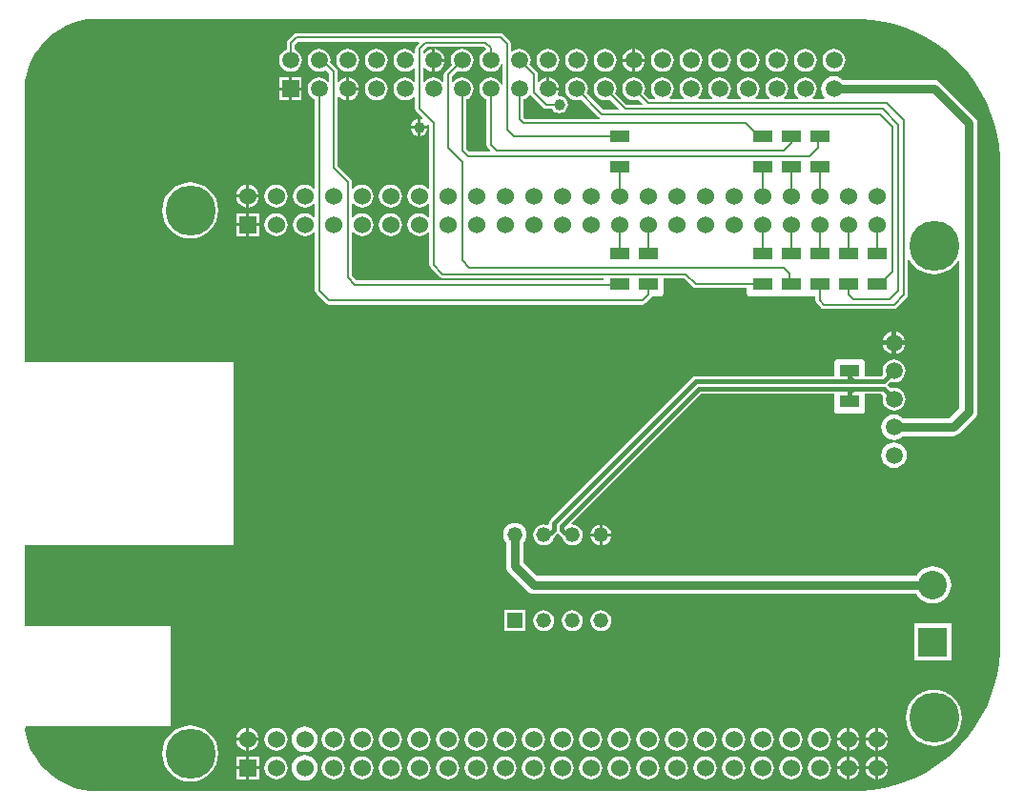
<source format=gbl>
G04*
G04 #@! TF.GenerationSoftware,Altium Limited,Altium Designer,20.0.7 (75)*
G04*
G04 Layer_Physical_Order=2*
G04 Layer_Color=16711680*
%FSLAX44Y44*%
%MOMM*%
G71*
G01*
G75*
%ADD10C,0.2000*%
%ADD21C,1.5240*%
%ADD27R,1.7000X1.1000*%
%ADD31C,0.8000*%
%ADD32R,1.5240X1.5240*%
%ADD33C,1.5000*%
%ADD34R,1.5000X1.5000*%
%ADD35C,1.3208*%
%ADD36R,2.5400X2.5400*%
%ADD37C,2.5400*%
%ADD38R,1.3208X1.3208*%
%ADD39C,4.4450*%
%ADD40C,1.0000*%
%ADD41C,0.3810*%
G36*
X751689Y683743D02*
X761644Y682166D01*
X771445Y679813D01*
X781032Y676698D01*
X790344Y672841D01*
X799326Y668265D01*
X807920Y662998D01*
X816075Y657073D01*
X823739Y650527D01*
X830867Y643400D01*
X837413Y635735D01*
X843338Y627580D01*
X848605Y618986D01*
X853181Y610005D01*
X857038Y600692D01*
X860153Y591105D01*
X862506Y581304D01*
X864083Y571349D01*
X864874Y561300D01*
Y556260D01*
Y127000D01*
Y121960D01*
X864083Y111911D01*
X862506Y101956D01*
X860153Y92154D01*
X857038Y82568D01*
X853181Y73256D01*
X848605Y64274D01*
X843338Y55680D01*
X837413Y47525D01*
X830867Y39860D01*
X823739Y32733D01*
X816075Y26187D01*
X807920Y20262D01*
X799326Y14995D01*
X790344Y10419D01*
X781032Y6562D01*
X771445Y3447D01*
X761644Y1094D01*
X751689Y-483D01*
X741640Y-1274D01*
X62016D01*
X58232Y-1274D01*
X50718Y-372D01*
X43365Y1418D01*
X36278Y4072D01*
X29557Y7552D01*
X23299Y11808D01*
X17592Y16779D01*
X12519Y22394D01*
X8150Y28574D01*
X4549Y35230D01*
X1767Y42268D01*
X-157Y49588D01*
X-720Y53654D01*
X-801Y54290D01*
X-839Y54614D01*
X-391Y55352D01*
X183Y55854D01*
X300Y55884D01*
X128266Y55884D01*
Y144776D01*
X-253D01*
X-722Y144970D01*
X-1080Y145328D01*
X-1274Y145797D01*
Y216153D01*
X-1080Y216621D01*
X-722Y216980D01*
X-253Y217174D01*
X184146D01*
Y379726D01*
X-253D01*
X-722Y379920D01*
X-1080Y380278D01*
X-1274Y380747D01*
Y381000D01*
Y619760D01*
Y622942D01*
X-650Y629276D01*
X592Y635518D01*
X2439Y641608D01*
X4875Y647488D01*
X7875Y653101D01*
X11410Y658392D01*
X15448Y663312D01*
X19948Y667812D01*
X24868Y671850D01*
X30159Y675385D01*
X35772Y678385D01*
X41652Y680821D01*
X47742Y682668D01*
X53984Y683910D01*
X60318Y684534D01*
X741640D01*
X751689Y683743D01*
D02*
G37*
%LPC*%
G36*
X421640Y671629D02*
X240030D01*
X238649Y671355D01*
X237478Y670572D01*
X232738Y665832D01*
X231955Y664661D01*
X231681Y663280D01*
Y657213D01*
X229887Y656470D01*
X227789Y654861D01*
X226180Y652763D01*
X225168Y650321D01*
X224823Y647700D01*
X225168Y645079D01*
X226180Y642637D01*
X227789Y640539D01*
X229887Y638930D01*
X232329Y637918D01*
X234950Y637573D01*
X237571Y637918D01*
X240013Y638930D01*
X242111Y640539D01*
X243720Y642637D01*
X244732Y645079D01*
X245077Y647700D01*
X244732Y650321D01*
X243720Y652763D01*
X242111Y654861D01*
X240013Y656470D01*
X238899Y656931D01*
Y661785D01*
X241525Y664411D01*
X349037D01*
X349523Y663237D01*
X346698Y660412D01*
X345915Y659241D01*
X345641Y657860D01*
Y654432D01*
X344371Y654000D01*
X343711Y654861D01*
X341613Y656470D01*
X339171Y657482D01*
X336550Y657827D01*
X333929Y657482D01*
X331487Y656470D01*
X329389Y654861D01*
X327780Y652763D01*
X326768Y650321D01*
X326423Y647700D01*
X326768Y645079D01*
X327780Y642637D01*
X329389Y640539D01*
X331487Y638930D01*
X333929Y637918D01*
X336550Y637573D01*
X339171Y637918D01*
X341613Y638930D01*
X343711Y640539D01*
X344371Y641400D01*
X345641Y640968D01*
Y629031D01*
X344371Y628600D01*
X343711Y629461D01*
X341613Y631070D01*
X339171Y632082D01*
X336550Y632427D01*
X333929Y632082D01*
X331487Y631070D01*
X329389Y629461D01*
X327780Y627363D01*
X326768Y624921D01*
X326423Y622300D01*
X326768Y619679D01*
X327780Y617237D01*
X329389Y615139D01*
X331487Y613530D01*
X333929Y612518D01*
X336550Y612173D01*
X339171Y612518D01*
X341613Y613530D01*
X343711Y615139D01*
X344371Y616000D01*
X345641Y615569D01*
Y604520D01*
X345915Y603139D01*
X346698Y601968D01*
X352442Y596224D01*
X351722Y595147D01*
X351218Y595356D01*
X350520Y595448D01*
Y589280D01*
X356688D01*
X356596Y589978D01*
X356387Y590482D01*
X357464Y591202D01*
X358341Y590325D01*
Y533979D01*
X357071Y533548D01*
X356496Y534296D01*
X354374Y535925D01*
X351902Y536949D01*
X349250Y537298D01*
X346598Y536949D01*
X344126Y535925D01*
X342004Y534296D01*
X340375Y532174D01*
X339352Y529702D01*
X339002Y527050D01*
X339352Y524398D01*
X340375Y521926D01*
X342004Y519804D01*
X344126Y518175D01*
X346598Y517151D01*
X349250Y516802D01*
X351902Y517151D01*
X354374Y518175D01*
X356496Y519804D01*
X357071Y520552D01*
X358341Y520121D01*
Y508579D01*
X357071Y508148D01*
X356496Y508896D01*
X354374Y510525D01*
X351902Y511549D01*
X349250Y511898D01*
X346598Y511549D01*
X344126Y510525D01*
X342004Y508896D01*
X340375Y506774D01*
X339352Y504302D01*
X339002Y501650D01*
X339352Y498998D01*
X340375Y496526D01*
X342004Y494404D01*
X344126Y492775D01*
X346598Y491752D01*
X349250Y491402D01*
X351902Y491752D01*
X354374Y492775D01*
X356496Y494404D01*
X357071Y495152D01*
X358341Y494721D01*
Y466090D01*
X358615Y464709D01*
X359398Y463538D01*
X367668Y455268D01*
X368839Y454485D01*
X370220Y454211D01*
X513420D01*
Y451919D01*
X293595D01*
X289359Y456155D01*
Y494721D01*
X290629Y495152D01*
X291204Y494404D01*
X293326Y492775D01*
X295798Y491752D01*
X298450Y491402D01*
X301102Y491752D01*
X303574Y492775D01*
X305696Y494404D01*
X307325Y496526D01*
X308349Y498998D01*
X308698Y501650D01*
X308349Y504302D01*
X307325Y506774D01*
X305696Y508896D01*
X303574Y510525D01*
X301102Y511549D01*
X298450Y511898D01*
X295798Y511549D01*
X293326Y510525D01*
X291204Y508896D01*
X290629Y508148D01*
X289359Y508579D01*
Y520121D01*
X290629Y520552D01*
X291204Y519804D01*
X293326Y518175D01*
X295798Y517151D01*
X298450Y516802D01*
X301102Y517151D01*
X303574Y518175D01*
X305696Y519804D01*
X307325Y521926D01*
X308349Y524398D01*
X308698Y527050D01*
X308349Y529702D01*
X307325Y532174D01*
X305696Y534296D01*
X303574Y535925D01*
X301102Y536949D01*
X298450Y537298D01*
X295798Y536949D01*
X293326Y535925D01*
X291204Y534296D01*
X290629Y533548D01*
X289359Y533979D01*
Y539750D01*
X289085Y541131D01*
X288302Y542302D01*
X276659Y553945D01*
Y615569D01*
X277929Y616000D01*
X278589Y615139D01*
X280687Y613530D01*
X283129Y612518D01*
X284480Y612341D01*
Y622300D01*
Y632259D01*
X283129Y632082D01*
X280687Y631070D01*
X278589Y629461D01*
X277929Y628600D01*
X276659Y629031D01*
Y637540D01*
X276385Y638921D01*
X275602Y640092D01*
X270188Y645507D01*
X270477Y647700D01*
X270132Y650321D01*
X269120Y652763D01*
X267511Y654861D01*
X265413Y656470D01*
X262971Y657482D01*
X260350Y657827D01*
X257729Y657482D01*
X255287Y656470D01*
X253189Y654861D01*
X251580Y652763D01*
X250568Y650321D01*
X250223Y647700D01*
X250568Y645079D01*
X251580Y642637D01*
X253189Y640539D01*
X255287Y638930D01*
X257729Y637918D01*
X260350Y637573D01*
X262971Y637918D01*
X265413Y638930D01*
X266060Y639426D01*
X269441Y636045D01*
Y629031D01*
X268171Y628600D01*
X267511Y629461D01*
X265413Y631070D01*
X262971Y632082D01*
X260350Y632427D01*
X257729Y632082D01*
X255287Y631070D01*
X253189Y629461D01*
X251580Y627363D01*
X250568Y624921D01*
X250223Y622300D01*
X250568Y619679D01*
X251580Y617237D01*
X253189Y615139D01*
X255287Y613530D01*
X256741Y612928D01*
Y533979D01*
X255471Y533548D01*
X254896Y534296D01*
X252774Y535925D01*
X250302Y536949D01*
X247650Y537298D01*
X244998Y536949D01*
X242526Y535925D01*
X240404Y534296D01*
X238775Y532174D01*
X237752Y529702D01*
X237402Y527050D01*
X237752Y524398D01*
X238775Y521926D01*
X240404Y519804D01*
X242526Y518175D01*
X244998Y517151D01*
X247650Y516802D01*
X250302Y517151D01*
X252774Y518175D01*
X254896Y519804D01*
X255471Y520552D01*
X256741Y520121D01*
Y508579D01*
X255471Y508148D01*
X254896Y508896D01*
X252774Y510525D01*
X250302Y511549D01*
X247650Y511898D01*
X244998Y511549D01*
X242526Y510525D01*
X240404Y508896D01*
X238775Y506774D01*
X237752Y504302D01*
X237402Y501650D01*
X237752Y498998D01*
X238775Y496526D01*
X240404Y494404D01*
X242526Y492775D01*
X244998Y491752D01*
X247650Y491402D01*
X250302Y491752D01*
X252774Y492775D01*
X254896Y494404D01*
X255471Y495152D01*
X256741Y494721D01*
Y443230D01*
X257015Y441849D01*
X257798Y440678D01*
X266688Y431788D01*
X267859Y431005D01*
X269240Y430731D01*
X547370D01*
X548751Y431005D01*
X549922Y431788D01*
X555002Y436868D01*
X555785Y438039D01*
X555807Y438150D01*
X563490D01*
X564481Y438347D01*
X565321Y438909D01*
X565883Y439749D01*
X566080Y440740D01*
Y454211D01*
X584285D01*
X592268Y446228D01*
X593439Y445445D01*
X594820Y445171D01*
X640420D01*
Y440690D01*
X640617Y439699D01*
X641179Y438859D01*
X642019Y438297D01*
X643010Y438100D01*
X701241D01*
Y434150D01*
X701515Y432769D01*
X702298Y431598D01*
X705918Y427978D01*
X707089Y427195D01*
X708470Y426921D01*
X770890D01*
X772271Y427195D01*
X773442Y427978D01*
X782332Y436868D01*
X783115Y438039D01*
X783389Y439420D01*
Y470514D01*
X784659Y470832D01*
X785759Y468775D01*
X788854Y465004D01*
X792625Y461909D01*
X796927Y459609D01*
X801595Y458193D01*
X806450Y457715D01*
X811305Y458193D01*
X815973Y459609D01*
X820275Y461909D01*
X824046Y465004D01*
X827141Y468775D01*
X827821Y470046D01*
X829053Y469738D01*
Y338543D01*
X820097Y329587D01*
X779101D01*
X778956Y329776D01*
X776594Y331589D01*
X773842Y332729D01*
X770890Y333118D01*
X767937Y332729D01*
X765186Y331589D01*
X762824Y329776D01*
X761011Y327414D01*
X759871Y324663D01*
X759482Y321710D01*
X759871Y318757D01*
X761011Y316006D01*
X762824Y313644D01*
X765186Y311831D01*
X767937Y310691D01*
X770890Y310302D01*
X773842Y310691D01*
X776594Y311831D01*
X778956Y313644D01*
X779101Y313833D01*
X823360D01*
X825399Y314101D01*
X827299Y314888D01*
X828930Y316140D01*
X842500Y329710D01*
X843752Y331341D01*
X844539Y333241D01*
X844807Y335280D01*
Y591820D01*
X844539Y593859D01*
X843752Y595759D01*
X842500Y597390D01*
X812020Y627870D01*
X810389Y629122D01*
X808489Y629909D01*
X806450Y630177D01*
X725761D01*
X725616Y630366D01*
X723254Y632179D01*
X720502Y633319D01*
X717550Y633708D01*
X714597Y633319D01*
X711846Y632179D01*
X709484Y630366D01*
X707671Y628004D01*
X706531Y625252D01*
X706142Y622300D01*
X706531Y619347D01*
X707671Y616596D01*
X709295Y614479D01*
X708911Y613209D01*
X698882D01*
X698450Y614479D01*
X699311Y615139D01*
X700920Y617237D01*
X701932Y619679D01*
X702277Y622300D01*
X701932Y624921D01*
X700920Y627363D01*
X699311Y629461D01*
X697213Y631070D01*
X694771Y632082D01*
X692150Y632427D01*
X689529Y632082D01*
X687087Y631070D01*
X684989Y629461D01*
X683380Y627363D01*
X682368Y624921D01*
X682023Y622300D01*
X682368Y619679D01*
X683380Y617237D01*
X684989Y615139D01*
X685850Y614479D01*
X685418Y613209D01*
X673482D01*
X673050Y614479D01*
X673911Y615139D01*
X675520Y617237D01*
X676532Y619679D01*
X676877Y622300D01*
X676532Y624921D01*
X675520Y627363D01*
X673911Y629461D01*
X671813Y631070D01*
X669371Y632082D01*
X666750Y632427D01*
X664129Y632082D01*
X661687Y631070D01*
X659589Y629461D01*
X657980Y627363D01*
X656968Y624921D01*
X656623Y622300D01*
X656968Y619679D01*
X657980Y617237D01*
X659589Y615139D01*
X660450Y614479D01*
X660018Y613209D01*
X648082D01*
X647650Y614479D01*
X648511Y615139D01*
X650120Y617237D01*
X651132Y619679D01*
X651477Y622300D01*
X651132Y624921D01*
X650120Y627363D01*
X648511Y629461D01*
X646413Y631070D01*
X643971Y632082D01*
X641350Y632427D01*
X638729Y632082D01*
X636287Y631070D01*
X634189Y629461D01*
X632580Y627363D01*
X631568Y624921D01*
X631223Y622300D01*
X631568Y619679D01*
X632580Y617237D01*
X634189Y615139D01*
X635050Y614479D01*
X634618Y613209D01*
X622682D01*
X622250Y614479D01*
X623111Y615139D01*
X624720Y617237D01*
X625732Y619679D01*
X626077Y622300D01*
X625732Y624921D01*
X624720Y627363D01*
X623111Y629461D01*
X621013Y631070D01*
X618571Y632082D01*
X615950Y632427D01*
X613329Y632082D01*
X610887Y631070D01*
X608789Y629461D01*
X607180Y627363D01*
X606168Y624921D01*
X605823Y622300D01*
X606168Y619679D01*
X607180Y617237D01*
X608789Y615139D01*
X609650Y614479D01*
X609218Y613209D01*
X597281D01*
X596850Y614479D01*
X597711Y615139D01*
X599320Y617237D01*
X600332Y619679D01*
X600677Y622300D01*
X600332Y624921D01*
X599320Y627363D01*
X597711Y629461D01*
X595613Y631070D01*
X593171Y632082D01*
X590550Y632427D01*
X587929Y632082D01*
X585487Y631070D01*
X583389Y629461D01*
X581780Y627363D01*
X580768Y624921D01*
X580423Y622300D01*
X580768Y619679D01*
X581780Y617237D01*
X583389Y615139D01*
X584250Y614479D01*
X583819Y613209D01*
X571881D01*
X571450Y614479D01*
X572311Y615139D01*
X573920Y617237D01*
X574932Y619679D01*
X575277Y622300D01*
X574932Y624921D01*
X573920Y627363D01*
X572311Y629461D01*
X570213Y631070D01*
X567771Y632082D01*
X565150Y632427D01*
X562529Y632082D01*
X560087Y631070D01*
X557989Y629461D01*
X556380Y627363D01*
X555368Y624921D01*
X555023Y622300D01*
X555368Y619679D01*
X556380Y617237D01*
X557989Y615139D01*
X558850Y614479D01*
X558419Y613209D01*
X553945D01*
X548929Y618225D01*
X549532Y619679D01*
X549877Y622300D01*
X549532Y624921D01*
X548520Y627363D01*
X546911Y629461D01*
X544813Y631070D01*
X542371Y632082D01*
X539750Y632427D01*
X537129Y632082D01*
X534687Y631070D01*
X532589Y629461D01*
X530980Y627363D01*
X529968Y624921D01*
X529623Y622300D01*
X529968Y619679D01*
X530980Y617237D01*
X532589Y615139D01*
X534687Y613530D01*
X537129Y612518D01*
X539750Y612173D01*
X542371Y612518D01*
X543825Y613121D01*
X547643Y609303D01*
X547157Y608129D01*
X533625D01*
X523529Y618225D01*
X524132Y619679D01*
X524477Y622300D01*
X524132Y624921D01*
X523120Y627363D01*
X521511Y629461D01*
X519413Y631070D01*
X516971Y632082D01*
X514350Y632427D01*
X511729Y632082D01*
X509287Y631070D01*
X507189Y629461D01*
X505580Y627363D01*
X504568Y624921D01*
X504223Y622300D01*
X504568Y619679D01*
X505580Y617237D01*
X507189Y615139D01*
X509287Y613530D01*
X511729Y612518D01*
X514350Y612173D01*
X516971Y612518D01*
X518425Y613121D01*
X526783Y604763D01*
X526297Y603589D01*
X512765D01*
X498129Y618225D01*
X498732Y619679D01*
X499077Y622300D01*
X498732Y624921D01*
X497720Y627363D01*
X496111Y629461D01*
X494013Y631070D01*
X491571Y632082D01*
X488950Y632427D01*
X486329Y632082D01*
X483887Y631070D01*
X481789Y629461D01*
X480180Y627363D01*
X479168Y624921D01*
X478823Y622300D01*
X479168Y619679D01*
X480180Y617237D01*
X481789Y615139D01*
X483887Y613530D01*
X486329Y612518D01*
X488950Y612173D01*
X491571Y612518D01*
X493025Y613121D01*
X508718Y597428D01*
X509808Y596699D01*
X509821Y596606D01*
X509117Y595429D01*
X443455D01*
X441759Y597125D01*
Y612928D01*
X443213Y613530D01*
X445311Y615139D01*
X446697Y616945D01*
X447743Y617078D01*
X448193Y616992D01*
X448298Y616835D01*
X459355Y605778D01*
X460526Y604995D01*
X461907Y604721D01*
X467044D01*
X467124Y604528D01*
X468332Y602952D01*
X469907Y601744D01*
X471742Y600984D01*
X473710Y600725D01*
X475678Y600984D01*
X477513Y601744D01*
X479088Y602952D01*
X480296Y604528D01*
X481056Y606362D01*
X481315Y608330D01*
X481056Y610298D01*
X480296Y612132D01*
X479088Y613708D01*
X477513Y614916D01*
X475678Y615676D01*
X473710Y615935D01*
X472833Y615820D01*
X472146Y617010D01*
X472320Y617237D01*
X473332Y619679D01*
X473509Y621030D01*
X463550D01*
Y622300D01*
X462280D01*
Y632259D01*
X460929Y632082D01*
X458487Y631070D01*
X456389Y629461D01*
X455729Y628600D01*
X454459Y629031D01*
Y635000D01*
X454185Y636381D01*
X453402Y637552D01*
X447329Y643625D01*
X447932Y645079D01*
X448277Y647700D01*
X447932Y650321D01*
X446920Y652763D01*
X445311Y654861D01*
X443213Y656470D01*
X440771Y657482D01*
X438150Y657827D01*
X435529Y657482D01*
X433087Y656470D01*
X431989Y655628D01*
X430719Y656254D01*
Y662550D01*
X430445Y663931D01*
X429662Y665102D01*
X424192Y670572D01*
X423021Y671355D01*
X421640Y671629D01*
D02*
G37*
G36*
X541020Y657659D02*
Y648970D01*
X549709D01*
X549532Y650321D01*
X548520Y652763D01*
X546911Y654861D01*
X544813Y656470D01*
X542371Y657482D01*
X541020Y657659D01*
D02*
G37*
G36*
X538480D02*
X537129Y657482D01*
X534687Y656470D01*
X532589Y654861D01*
X530980Y652763D01*
X529968Y650321D01*
X529791Y648970D01*
X538480D01*
Y657659D01*
D02*
G37*
G36*
X549709Y646430D02*
X541020D01*
Y637741D01*
X542371Y637918D01*
X544813Y638930D01*
X546911Y640539D01*
X548520Y642637D01*
X549532Y645079D01*
X549709Y646430D01*
D02*
G37*
G36*
X538480D02*
X529791D01*
X529968Y645079D01*
X530980Y642637D01*
X532589Y640539D01*
X534687Y638930D01*
X537129Y637918D01*
X538480Y637741D01*
Y646430D01*
D02*
G37*
G36*
X717550Y657827D02*
X714929Y657482D01*
X712487Y656470D01*
X710389Y654861D01*
X708780Y652763D01*
X707768Y650321D01*
X707423Y647700D01*
X707768Y645079D01*
X708780Y642637D01*
X710389Y640539D01*
X712487Y638930D01*
X714929Y637918D01*
X717550Y637573D01*
X720171Y637918D01*
X722613Y638930D01*
X724711Y640539D01*
X726320Y642637D01*
X727332Y645079D01*
X727677Y647700D01*
X727332Y650321D01*
X726320Y652763D01*
X724711Y654861D01*
X722613Y656470D01*
X720171Y657482D01*
X717550Y657827D01*
D02*
G37*
G36*
X692150D02*
X689529Y657482D01*
X687087Y656470D01*
X684989Y654861D01*
X683380Y652763D01*
X682368Y650321D01*
X682023Y647700D01*
X682368Y645079D01*
X683380Y642637D01*
X684989Y640539D01*
X687087Y638930D01*
X689529Y637918D01*
X692150Y637573D01*
X694771Y637918D01*
X697213Y638930D01*
X699311Y640539D01*
X700920Y642637D01*
X701932Y645079D01*
X702277Y647700D01*
X701932Y650321D01*
X700920Y652763D01*
X699311Y654861D01*
X697213Y656470D01*
X694771Y657482D01*
X692150Y657827D01*
D02*
G37*
G36*
X666750D02*
X664129Y657482D01*
X661687Y656470D01*
X659589Y654861D01*
X657980Y652763D01*
X656968Y650321D01*
X656623Y647700D01*
X656968Y645079D01*
X657980Y642637D01*
X659589Y640539D01*
X661687Y638930D01*
X664129Y637918D01*
X666750Y637573D01*
X669371Y637918D01*
X671813Y638930D01*
X673911Y640539D01*
X675520Y642637D01*
X676532Y645079D01*
X676877Y647700D01*
X676532Y650321D01*
X675520Y652763D01*
X673911Y654861D01*
X671813Y656470D01*
X669371Y657482D01*
X666750Y657827D01*
D02*
G37*
G36*
X641350D02*
X638729Y657482D01*
X636287Y656470D01*
X634189Y654861D01*
X632580Y652763D01*
X631568Y650321D01*
X631223Y647700D01*
X631568Y645079D01*
X632580Y642637D01*
X634189Y640539D01*
X636287Y638930D01*
X638729Y637918D01*
X641350Y637573D01*
X643971Y637918D01*
X646413Y638930D01*
X648511Y640539D01*
X650120Y642637D01*
X651132Y645079D01*
X651477Y647700D01*
X651132Y650321D01*
X650120Y652763D01*
X648511Y654861D01*
X646413Y656470D01*
X643971Y657482D01*
X641350Y657827D01*
D02*
G37*
G36*
X615950D02*
X613329Y657482D01*
X610887Y656470D01*
X608789Y654861D01*
X607180Y652763D01*
X606168Y650321D01*
X605823Y647700D01*
X606168Y645079D01*
X607180Y642637D01*
X608789Y640539D01*
X610887Y638930D01*
X613329Y637918D01*
X615950Y637573D01*
X618571Y637918D01*
X621013Y638930D01*
X623111Y640539D01*
X624720Y642637D01*
X625732Y645079D01*
X626077Y647700D01*
X625732Y650321D01*
X624720Y652763D01*
X623111Y654861D01*
X621013Y656470D01*
X618571Y657482D01*
X615950Y657827D01*
D02*
G37*
G36*
X590550D02*
X587929Y657482D01*
X585487Y656470D01*
X583389Y654861D01*
X581780Y652763D01*
X580768Y650321D01*
X580423Y647700D01*
X580768Y645079D01*
X581780Y642637D01*
X583389Y640539D01*
X585487Y638930D01*
X587929Y637918D01*
X590550Y637573D01*
X593171Y637918D01*
X595613Y638930D01*
X597711Y640539D01*
X599320Y642637D01*
X600332Y645079D01*
X600677Y647700D01*
X600332Y650321D01*
X599320Y652763D01*
X597711Y654861D01*
X595613Y656470D01*
X593171Y657482D01*
X590550Y657827D01*
D02*
G37*
G36*
X565150D02*
X562529Y657482D01*
X560087Y656470D01*
X557989Y654861D01*
X556380Y652763D01*
X555368Y650321D01*
X555023Y647700D01*
X555368Y645079D01*
X556380Y642637D01*
X557989Y640539D01*
X560087Y638930D01*
X562529Y637918D01*
X565150Y637573D01*
X567771Y637918D01*
X570213Y638930D01*
X572311Y640539D01*
X573920Y642637D01*
X574932Y645079D01*
X575277Y647700D01*
X574932Y650321D01*
X573920Y652763D01*
X572311Y654861D01*
X570213Y656470D01*
X567771Y657482D01*
X565150Y657827D01*
D02*
G37*
G36*
X514350D02*
X511729Y657482D01*
X509287Y656470D01*
X507189Y654861D01*
X505580Y652763D01*
X504568Y650321D01*
X504223Y647700D01*
X504568Y645079D01*
X505580Y642637D01*
X507189Y640539D01*
X509287Y638930D01*
X511729Y637918D01*
X514350Y637573D01*
X516971Y637918D01*
X519413Y638930D01*
X521511Y640539D01*
X523120Y642637D01*
X524132Y645079D01*
X524477Y647700D01*
X524132Y650321D01*
X523120Y652763D01*
X521511Y654861D01*
X519413Y656470D01*
X516971Y657482D01*
X514350Y657827D01*
D02*
G37*
G36*
X488950D02*
X486329Y657482D01*
X483887Y656470D01*
X481789Y654861D01*
X480180Y652763D01*
X479168Y650321D01*
X478823Y647700D01*
X479168Y645079D01*
X480180Y642637D01*
X481789Y640539D01*
X483887Y638930D01*
X486329Y637918D01*
X488950Y637573D01*
X491571Y637918D01*
X494013Y638930D01*
X496111Y640539D01*
X497720Y642637D01*
X498732Y645079D01*
X499077Y647700D01*
X498732Y650321D01*
X497720Y652763D01*
X496111Y654861D01*
X494013Y656470D01*
X491571Y657482D01*
X488950Y657827D01*
D02*
G37*
G36*
X463550D02*
X460929Y657482D01*
X458487Y656470D01*
X456389Y654861D01*
X454780Y652763D01*
X453768Y650321D01*
X453423Y647700D01*
X453768Y645079D01*
X454780Y642637D01*
X456389Y640539D01*
X458487Y638930D01*
X460929Y637918D01*
X463550Y637573D01*
X466171Y637918D01*
X468613Y638930D01*
X470711Y640539D01*
X472320Y642637D01*
X473332Y645079D01*
X473677Y647700D01*
X473332Y650321D01*
X472320Y652763D01*
X470711Y654861D01*
X468613Y656470D01*
X466171Y657482D01*
X463550Y657827D01*
D02*
G37*
G36*
X311150D02*
X308529Y657482D01*
X306087Y656470D01*
X303989Y654861D01*
X302380Y652763D01*
X301368Y650321D01*
X301023Y647700D01*
X301368Y645079D01*
X302380Y642637D01*
X303989Y640539D01*
X306087Y638930D01*
X308529Y637918D01*
X311150Y637573D01*
X313771Y637918D01*
X316213Y638930D01*
X318311Y640539D01*
X319920Y642637D01*
X320932Y645079D01*
X321277Y647700D01*
X320932Y650321D01*
X319920Y652763D01*
X318311Y654861D01*
X316213Y656470D01*
X313771Y657482D01*
X311150Y657827D01*
D02*
G37*
G36*
X285750D02*
X283129Y657482D01*
X280687Y656470D01*
X278589Y654861D01*
X276980Y652763D01*
X275968Y650321D01*
X275623Y647700D01*
X275968Y645079D01*
X276980Y642637D01*
X278589Y640539D01*
X280687Y638930D01*
X283129Y637918D01*
X285750Y637573D01*
X288371Y637918D01*
X290813Y638930D01*
X292911Y640539D01*
X294520Y642637D01*
X295532Y645079D01*
X295877Y647700D01*
X295532Y650321D01*
X294520Y652763D01*
X292911Y654861D01*
X290813Y656470D01*
X288371Y657482D01*
X285750Y657827D01*
D02*
G37*
G36*
X464820Y632259D02*
Y623570D01*
X473509D01*
X473332Y624921D01*
X472320Y627363D01*
X470711Y629461D01*
X468613Y631070D01*
X466171Y632082D01*
X464820Y632259D01*
D02*
G37*
G36*
X287020D02*
Y623570D01*
X295709D01*
X295532Y624921D01*
X294520Y627363D01*
X292911Y629461D01*
X290813Y631070D01*
X288371Y632082D01*
X287020Y632259D01*
D02*
G37*
G36*
X244990Y632340D02*
X236220D01*
Y623570D01*
X244990D01*
Y632340D01*
D02*
G37*
G36*
X233680D02*
X224910D01*
Y623570D01*
X233680D01*
Y632340D01*
D02*
G37*
G36*
X295709Y621030D02*
X287020D01*
Y612341D01*
X288371Y612518D01*
X290813Y613530D01*
X292911Y615139D01*
X294520Y617237D01*
X295532Y619679D01*
X295709Y621030D01*
D02*
G37*
G36*
X244990D02*
X236220D01*
Y612260D01*
X244990D01*
Y621030D01*
D02*
G37*
G36*
X233680D02*
X224910D01*
Y612260D01*
X233680D01*
Y621030D01*
D02*
G37*
G36*
X311150Y632427D02*
X308529Y632082D01*
X306087Y631070D01*
X303989Y629461D01*
X302380Y627363D01*
X301368Y624921D01*
X301023Y622300D01*
X301368Y619679D01*
X302380Y617237D01*
X303989Y615139D01*
X306087Y613530D01*
X308529Y612518D01*
X311150Y612173D01*
X313771Y612518D01*
X316213Y613530D01*
X318311Y615139D01*
X319920Y617237D01*
X320932Y619679D01*
X321277Y622300D01*
X320932Y624921D01*
X319920Y627363D01*
X318311Y629461D01*
X316213Y631070D01*
X313771Y632082D01*
X311150Y632427D01*
D02*
G37*
G36*
X347980Y595448D02*
X347282Y595356D01*
X345448Y594596D01*
X343872Y593388D01*
X342664Y591813D01*
X341904Y589978D01*
X341812Y589280D01*
X347980D01*
Y595448D01*
D02*
G37*
G36*
X356688Y586740D02*
X350520D01*
Y580572D01*
X351218Y580664D01*
X353052Y581424D01*
X354628Y582632D01*
X355836Y584207D01*
X356596Y586042D01*
X356688Y586740D01*
D02*
G37*
G36*
X347980D02*
X341812D01*
X341904Y586042D01*
X342664Y584207D01*
X343872Y582632D01*
X345448Y581424D01*
X347282Y580664D01*
X347980Y580572D01*
Y586740D01*
D02*
G37*
G36*
X198120Y537131D02*
Y528320D01*
X206931D01*
X206749Y529702D01*
X205725Y532174D01*
X204096Y534296D01*
X201974Y535925D01*
X199502Y536949D01*
X198120Y537131D01*
D02*
G37*
G36*
X195580D02*
X194198Y536949D01*
X191726Y535925D01*
X189604Y534296D01*
X187975Y532174D01*
X186952Y529702D01*
X186770Y528320D01*
X195580D01*
Y537131D01*
D02*
G37*
G36*
X206931Y525780D02*
X198120D01*
Y516969D01*
X199502Y517151D01*
X201974Y518175D01*
X204096Y519804D01*
X205725Y521926D01*
X206749Y524398D01*
X206931Y525780D01*
D02*
G37*
G36*
X195580D02*
X186770D01*
X186952Y524398D01*
X187975Y521926D01*
X189604Y519804D01*
X191726Y518175D01*
X194198Y517151D01*
X195580Y516969D01*
Y525780D01*
D02*
G37*
G36*
X323850Y537298D02*
X321198Y536949D01*
X318726Y535925D01*
X316604Y534296D01*
X314975Y532174D01*
X313951Y529702D01*
X313602Y527050D01*
X313951Y524398D01*
X314975Y521926D01*
X316604Y519804D01*
X318726Y518175D01*
X321198Y517151D01*
X323850Y516802D01*
X326502Y517151D01*
X328974Y518175D01*
X331096Y519804D01*
X332725Y521926D01*
X333749Y524398D01*
X334098Y527050D01*
X333749Y529702D01*
X332725Y532174D01*
X331096Y534296D01*
X328974Y535925D01*
X326502Y536949D01*
X323850Y537298D01*
D02*
G37*
G36*
X222250D02*
X219598Y536949D01*
X217126Y535925D01*
X215004Y534296D01*
X213375Y532174D01*
X212351Y529702D01*
X212002Y527050D01*
X212351Y524398D01*
X213375Y521926D01*
X215004Y519804D01*
X217126Y518175D01*
X219598Y517151D01*
X222250Y516802D01*
X224902Y517151D01*
X227374Y518175D01*
X229496Y519804D01*
X231125Y521926D01*
X232148Y524398D01*
X232498Y527050D01*
X232148Y529702D01*
X231125Y532174D01*
X229496Y534296D01*
X227374Y535925D01*
X224902Y536949D01*
X222250Y537298D01*
D02*
G37*
G36*
X207010Y511810D02*
X198120D01*
Y502920D01*
X207010D01*
Y511810D01*
D02*
G37*
G36*
X195580D02*
X186690D01*
Y502920D01*
X195580D01*
Y511810D01*
D02*
G37*
G36*
X207010Y500380D02*
X198120D01*
Y491490D01*
X207010D01*
Y500380D01*
D02*
G37*
G36*
X195580D02*
X186690D01*
Y491490D01*
X195580D01*
Y500380D01*
D02*
G37*
G36*
X323850Y511898D02*
X321198Y511549D01*
X318726Y510525D01*
X316604Y508896D01*
X314975Y506774D01*
X313951Y504302D01*
X313602Y501650D01*
X313951Y498998D01*
X314975Y496526D01*
X316604Y494404D01*
X318726Y492775D01*
X321198Y491752D01*
X323850Y491402D01*
X326502Y491752D01*
X328974Y492775D01*
X331096Y494404D01*
X332725Y496526D01*
X333749Y498998D01*
X334098Y501650D01*
X333749Y504302D01*
X332725Y506774D01*
X331096Y508896D01*
X328974Y510525D01*
X326502Y511549D01*
X323850Y511898D01*
D02*
G37*
G36*
X222250D02*
X219598Y511549D01*
X217126Y510525D01*
X215004Y508896D01*
X213375Y506774D01*
X212351Y504302D01*
X212002Y501650D01*
X212351Y498998D01*
X213375Y496526D01*
X215004Y494404D01*
X217126Y492775D01*
X219598Y491752D01*
X222250Y491402D01*
X224902Y491752D01*
X227374Y492775D01*
X229496Y494404D01*
X231125Y496526D01*
X232148Y498998D01*
X232498Y501650D01*
X232148Y504302D01*
X231125Y506774D01*
X229496Y508896D01*
X227374Y510525D01*
X224902Y511549D01*
X222250Y511898D01*
D02*
G37*
G36*
X146050Y539235D02*
X141195Y538757D01*
X136527Y537341D01*
X132225Y535041D01*
X128454Y531946D01*
X125359Y528175D01*
X123059Y523873D01*
X121643Y519205D01*
X121165Y514350D01*
X121643Y509495D01*
X123059Y504827D01*
X125359Y500525D01*
X128454Y496754D01*
X132225Y493659D01*
X136527Y491359D01*
X141195Y489943D01*
X146050Y489465D01*
X150905Y489943D01*
X155573Y491359D01*
X159875Y493659D01*
X163646Y496754D01*
X166741Y500525D01*
X169041Y504827D01*
X170457Y509495D01*
X170935Y514350D01*
X170457Y519205D01*
X169041Y523873D01*
X166741Y528175D01*
X163646Y531946D01*
X159875Y535041D01*
X155573Y537341D01*
X150905Y538757D01*
X146050Y539235D01*
D02*
G37*
G36*
X772795Y406586D02*
Y398615D01*
X780766D01*
X780672Y399331D01*
X779660Y401773D01*
X778051Y403871D01*
X775953Y405480D01*
X773511Y406492D01*
X772795Y406586D01*
D02*
G37*
G36*
X768985D02*
X768269Y406492D01*
X765827Y405480D01*
X763729Y403871D01*
X762120Y401773D01*
X761108Y399331D01*
X761014Y398615D01*
X768985D01*
Y406586D01*
D02*
G37*
G36*
X780766Y394805D02*
X772795D01*
Y386834D01*
X773511Y386928D01*
X775953Y387940D01*
X778051Y389549D01*
X779660Y391647D01*
X780672Y394089D01*
X780766Y394805D01*
D02*
G37*
G36*
X768985D02*
X761014D01*
X761108Y394089D01*
X762120Y391647D01*
X763729Y389549D01*
X765827Y387940D01*
X768269Y386928D01*
X768985Y386834D01*
Y394805D01*
D02*
G37*
G36*
X742560Y382270D02*
X720480D01*
X719489Y382073D01*
X718649Y381511D01*
X718087Y380671D01*
X717890Y379680D01*
Y366917D01*
X595063D01*
X593329Y366572D01*
X591858Y365590D01*
X591858Y365590D01*
X466060Y239792D01*
X465078Y238321D01*
X464733Y236587D01*
Y235264D01*
X463463Y234415D01*
X462127Y234969D01*
X459740Y235283D01*
X457353Y234969D01*
X455129Y234047D01*
X453218Y232582D01*
X451753Y230671D01*
X450831Y228447D01*
X450517Y226060D01*
X450831Y223673D01*
X451753Y221449D01*
X453218Y219538D01*
X455129Y218073D01*
X457353Y217151D01*
X459740Y216837D01*
X462127Y217151D01*
X464351Y218073D01*
X466262Y219538D01*
X467727Y221449D01*
X468649Y223673D01*
X468705Y224104D01*
X469528Y224654D01*
X472440Y227566D01*
X475352Y224654D01*
X475353Y224654D01*
X476175Y224104D01*
X476231Y223673D01*
X477153Y221449D01*
X478618Y219538D01*
X480529Y218073D01*
X482753Y217151D01*
X485140Y216837D01*
X487527Y217151D01*
X489751Y218073D01*
X491662Y219538D01*
X493127Y221449D01*
X494049Y223673D01*
X494363Y226060D01*
X494049Y228447D01*
X493127Y230671D01*
X491662Y232582D01*
X489751Y234047D01*
X487527Y234969D01*
X485140Y235283D01*
X485038Y235269D01*
X484476Y236409D01*
X599571Y351503D01*
X717890D01*
Y336600D01*
X718087Y335609D01*
X718649Y334769D01*
X719489Y334207D01*
X720480Y334010D01*
X742560D01*
X743551Y334207D01*
X744391Y334769D01*
X744953Y335609D01*
X745150Y336600D01*
Y351503D01*
X759688D01*
X761329Y349862D01*
X761108Y349331D01*
X760763Y346710D01*
X761108Y344089D01*
X762120Y341647D01*
X763729Y339549D01*
X765827Y337940D01*
X768269Y336928D01*
X770890Y336583D01*
X773511Y336928D01*
X775953Y337940D01*
X778051Y339549D01*
X779660Y341647D01*
X780672Y344089D01*
X781017Y346710D01*
X780672Y349331D01*
X779660Y351773D01*
X778051Y353871D01*
X775953Y355480D01*
X773511Y356492D01*
X770890Y356837D01*
X768269Y356492D01*
X767738Y356272D01*
X764799Y359210D01*
X767738Y362149D01*
X768269Y361928D01*
X770890Y361583D01*
X773511Y361928D01*
X775953Y362940D01*
X778051Y364549D01*
X779660Y366647D01*
X780672Y369089D01*
X781017Y371710D01*
X780672Y374331D01*
X779660Y376773D01*
X778051Y378871D01*
X775953Y380480D01*
X773511Y381492D01*
X770890Y381837D01*
X768269Y381492D01*
X765827Y380480D01*
X763729Y378871D01*
X762120Y376773D01*
X761108Y374331D01*
X760763Y371710D01*
X761108Y369089D01*
X761329Y368558D01*
X759688Y366917D01*
X745150D01*
Y379680D01*
X744953Y380671D01*
X744391Y381511D01*
X743551Y382073D01*
X742560Y382270D01*
D02*
G37*
G36*
X770890Y308118D02*
X767937Y307729D01*
X765186Y306589D01*
X762824Y304776D01*
X761011Y302414D01*
X759871Y299662D01*
X759482Y296710D01*
X759871Y293757D01*
X761011Y291006D01*
X762824Y288644D01*
X765186Y286831D01*
X767937Y285691D01*
X770890Y285302D01*
X773842Y285691D01*
X776594Y286831D01*
X778956Y288644D01*
X780769Y291006D01*
X781909Y293757D01*
X782298Y296710D01*
X781909Y299662D01*
X780769Y302414D01*
X778956Y304776D01*
X776594Y306589D01*
X773842Y307729D01*
X770890Y308118D01*
D02*
G37*
G36*
X511810Y235116D02*
Y227330D01*
X519596D01*
X519449Y228447D01*
X518527Y230671D01*
X517062Y232582D01*
X515151Y234047D01*
X512927Y234969D01*
X511810Y235116D01*
D02*
G37*
G36*
X509270D02*
X508153Y234969D01*
X505929Y234047D01*
X504018Y232582D01*
X502553Y230671D01*
X501631Y228447D01*
X501484Y227330D01*
X509270D01*
Y235116D01*
D02*
G37*
G36*
X519596Y224790D02*
X511810D01*
Y217004D01*
X512927Y217151D01*
X515151Y218073D01*
X517062Y219538D01*
X518527Y221449D01*
X519449Y223673D01*
X519596Y224790D01*
D02*
G37*
G36*
X509270D02*
X501484D01*
X501631Y223673D01*
X502553Y221449D01*
X504018Y219538D01*
X505929Y218073D01*
X508153Y217151D01*
X509270Y217004D01*
Y224790D01*
D02*
G37*
G36*
X434340Y236564D02*
X431621Y236206D01*
X429088Y235157D01*
X426913Y233487D01*
X425243Y231312D01*
X424194Y228779D01*
X423836Y226060D01*
X424194Y223341D01*
X425243Y220808D01*
X426463Y219219D01*
Y198120D01*
X426731Y196081D01*
X427518Y194181D01*
X428770Y192550D01*
X445280Y176040D01*
X446911Y174788D01*
X448811Y174001D01*
X450850Y173733D01*
X790670D01*
X791386Y172393D01*
X793449Y169879D01*
X795963Y167816D01*
X798831Y166283D01*
X801944Y165339D01*
X805180Y165020D01*
X808417Y165339D01*
X811529Y166283D01*
X814397Y167816D01*
X816911Y169879D01*
X818974Y172393D01*
X820507Y175261D01*
X821451Y178374D01*
X821770Y181610D01*
X821451Y184846D01*
X820507Y187959D01*
X818974Y190827D01*
X816911Y193341D01*
X814397Y195404D01*
X811529Y196937D01*
X808417Y197881D01*
X805180Y198200D01*
X801944Y197881D01*
X798831Y196937D01*
X795963Y195404D01*
X793449Y193341D01*
X791386Y190827D01*
X790670Y189487D01*
X454113D01*
X442217Y201383D01*
Y219219D01*
X443437Y220808D01*
X444486Y223341D01*
X444844Y226060D01*
X444486Y228779D01*
X443437Y231312D01*
X441767Y233487D01*
X439592Y235157D01*
X437059Y236206D01*
X434340Y236564D01*
D02*
G37*
G36*
X443484Y159004D02*
X425196D01*
Y140716D01*
X443484D01*
Y159004D01*
D02*
G37*
G36*
X510540Y159083D02*
X508153Y158769D01*
X505929Y157847D01*
X504018Y156382D01*
X502553Y154471D01*
X501631Y152247D01*
X501317Y149860D01*
X501631Y147473D01*
X502553Y145249D01*
X504018Y143338D01*
X505929Y141873D01*
X508153Y140951D01*
X510540Y140637D01*
X512927Y140951D01*
X515151Y141873D01*
X517062Y143338D01*
X518527Y145249D01*
X519449Y147473D01*
X519763Y149860D01*
X519449Y152247D01*
X518527Y154471D01*
X517062Y156382D01*
X515151Y157847D01*
X512927Y158769D01*
X510540Y159083D01*
D02*
G37*
G36*
X485140D02*
X482753Y158769D01*
X480529Y157847D01*
X478618Y156382D01*
X477153Y154471D01*
X476231Y152247D01*
X475917Y149860D01*
X476231Y147473D01*
X477153Y145249D01*
X478618Y143338D01*
X480529Y141873D01*
X482753Y140951D01*
X485140Y140637D01*
X487527Y140951D01*
X489751Y141873D01*
X491662Y143338D01*
X493127Y145249D01*
X494049Y147473D01*
X494363Y149860D01*
X494049Y152247D01*
X493127Y154471D01*
X491662Y156382D01*
X489751Y157847D01*
X487527Y158769D01*
X485140Y159083D01*
D02*
G37*
G36*
X459740D02*
X457353Y158769D01*
X455129Y157847D01*
X453218Y156382D01*
X451753Y154471D01*
X450831Y152247D01*
X450517Y149860D01*
X450831Y147473D01*
X451753Y145249D01*
X453218Y143338D01*
X455129Y141873D01*
X457353Y140951D01*
X459740Y140637D01*
X462127Y140951D01*
X464351Y141873D01*
X466262Y143338D01*
X467727Y145249D01*
X468649Y147473D01*
X468963Y149860D01*
X468649Y152247D01*
X467727Y154471D01*
X466262Y156382D01*
X464351Y157847D01*
X462127Y158769D01*
X459740Y159083D01*
D02*
G37*
G36*
X821690Y147320D02*
X788670D01*
Y114300D01*
X821690D01*
Y147320D01*
D02*
G37*
G36*
X756920Y54531D02*
Y45720D01*
X765731D01*
X765548Y47102D01*
X764525Y49574D01*
X762896Y51696D01*
X760774Y53325D01*
X758302Y54349D01*
X756920Y54531D01*
D02*
G37*
G36*
X754380D02*
X752998Y54349D01*
X750526Y53325D01*
X748404Y51696D01*
X746775Y49574D01*
X745751Y47102D01*
X745570Y45720D01*
X754380D01*
Y54531D01*
D02*
G37*
G36*
X731520D02*
Y45720D01*
X740331D01*
X740148Y47102D01*
X739125Y49574D01*
X737496Y51696D01*
X735374Y53325D01*
X732902Y54349D01*
X731520Y54531D01*
D02*
G37*
G36*
X728980D02*
X727598Y54349D01*
X725126Y53325D01*
X723004Y51696D01*
X721375Y49574D01*
X720351Y47102D01*
X720170Y45720D01*
X728980D01*
Y54531D01*
D02*
G37*
G36*
X198120D02*
Y45720D01*
X206931D01*
X206749Y47102D01*
X205725Y49574D01*
X204096Y51696D01*
X201974Y53325D01*
X199502Y54349D01*
X198120Y54531D01*
D02*
G37*
G36*
X195580D02*
X194198Y54349D01*
X191726Y53325D01*
X189604Y51696D01*
X187975Y49574D01*
X186952Y47102D01*
X186770Y45720D01*
X195580D01*
Y54531D01*
D02*
G37*
G36*
X806450Y88385D02*
X801595Y87907D01*
X796927Y86491D01*
X792625Y84191D01*
X788854Y81096D01*
X785759Y77325D01*
X783459Y73023D01*
X782043Y68355D01*
X781565Y63500D01*
X782043Y58645D01*
X783459Y53977D01*
X785759Y49675D01*
X788854Y45904D01*
X792625Y42809D01*
X796927Y40509D01*
X801595Y39093D01*
X806450Y38615D01*
X811305Y39093D01*
X815973Y40509D01*
X820275Y42809D01*
X824046Y45904D01*
X827141Y49675D01*
X829441Y53977D01*
X830857Y58645D01*
X831335Y63500D01*
X830857Y68355D01*
X829441Y73023D01*
X827141Y77325D01*
X824046Y81096D01*
X820275Y84191D01*
X815973Y86491D01*
X811305Y87907D01*
X806450Y88385D01*
D02*
G37*
G36*
X765731Y43180D02*
X756920D01*
Y34369D01*
X758302Y34551D01*
X760774Y35575D01*
X762896Y37204D01*
X764525Y39326D01*
X765548Y41798D01*
X765731Y43180D01*
D02*
G37*
G36*
X754380D02*
X745570D01*
X745751Y41798D01*
X746775Y39326D01*
X748404Y37204D01*
X750526Y35575D01*
X752998Y34551D01*
X754380Y34369D01*
Y43180D01*
D02*
G37*
G36*
X740331D02*
X731520D01*
Y34369D01*
X732902Y34551D01*
X735374Y35575D01*
X737496Y37204D01*
X739125Y39326D01*
X740148Y41798D01*
X740331Y43180D01*
D02*
G37*
G36*
X728980D02*
X720170D01*
X720351Y41798D01*
X721375Y39326D01*
X723004Y37204D01*
X725126Y35575D01*
X727598Y34551D01*
X728980Y34369D01*
Y43180D01*
D02*
G37*
G36*
X206931D02*
X198120D01*
Y34369D01*
X199502Y34551D01*
X201974Y35575D01*
X204096Y37204D01*
X205725Y39326D01*
X206749Y41798D01*
X206931Y43180D01*
D02*
G37*
G36*
X195580D02*
X186770D01*
X186952Y41798D01*
X187975Y39326D01*
X189604Y37204D01*
X191726Y35575D01*
X194198Y34551D01*
X195580Y34369D01*
Y43180D01*
D02*
G37*
G36*
X704850Y54698D02*
X702198Y54349D01*
X699726Y53325D01*
X697604Y51696D01*
X695975Y49574D01*
X694951Y47102D01*
X694602Y44450D01*
X694951Y41798D01*
X695975Y39326D01*
X697604Y37204D01*
X699726Y35575D01*
X702198Y34551D01*
X704850Y34202D01*
X707502Y34551D01*
X709974Y35575D01*
X712096Y37204D01*
X713725Y39326D01*
X714749Y41798D01*
X715098Y44450D01*
X714749Y47102D01*
X713725Y49574D01*
X712096Y51696D01*
X709974Y53325D01*
X707502Y54349D01*
X704850Y54698D01*
D02*
G37*
G36*
X679450D02*
X676798Y54349D01*
X674326Y53325D01*
X672204Y51696D01*
X670575Y49574D01*
X669551Y47102D01*
X669202Y44450D01*
X669551Y41798D01*
X670575Y39326D01*
X672204Y37204D01*
X674326Y35575D01*
X676798Y34551D01*
X679450Y34202D01*
X682102Y34551D01*
X684574Y35575D01*
X686696Y37204D01*
X688325Y39326D01*
X689349Y41798D01*
X689698Y44450D01*
X689349Y47102D01*
X688325Y49574D01*
X686696Y51696D01*
X684574Y53325D01*
X682102Y54349D01*
X679450Y54698D01*
D02*
G37*
G36*
X654050D02*
X651398Y54349D01*
X648926Y53325D01*
X646804Y51696D01*
X645175Y49574D01*
X644152Y47102D01*
X643802Y44450D01*
X644152Y41798D01*
X645175Y39326D01*
X646804Y37204D01*
X648926Y35575D01*
X651398Y34551D01*
X654050Y34202D01*
X656702Y34551D01*
X659174Y35575D01*
X661296Y37204D01*
X662925Y39326D01*
X663949Y41798D01*
X664298Y44450D01*
X663949Y47102D01*
X662925Y49574D01*
X661296Y51696D01*
X659174Y53325D01*
X656702Y54349D01*
X654050Y54698D01*
D02*
G37*
G36*
X628650D02*
X625998Y54349D01*
X623526Y53325D01*
X621404Y51696D01*
X619775Y49574D01*
X618751Y47102D01*
X618402Y44450D01*
X618751Y41798D01*
X619775Y39326D01*
X621404Y37204D01*
X623526Y35575D01*
X625998Y34551D01*
X628650Y34202D01*
X631302Y34551D01*
X633774Y35575D01*
X635896Y37204D01*
X637525Y39326D01*
X638549Y41798D01*
X638898Y44450D01*
X638549Y47102D01*
X637525Y49574D01*
X635896Y51696D01*
X633774Y53325D01*
X631302Y54349D01*
X628650Y54698D01*
D02*
G37*
G36*
X603250D02*
X600598Y54349D01*
X598126Y53325D01*
X596004Y51696D01*
X594375Y49574D01*
X593352Y47102D01*
X593002Y44450D01*
X593352Y41798D01*
X594375Y39326D01*
X596004Y37204D01*
X598126Y35575D01*
X600598Y34551D01*
X603250Y34202D01*
X605902Y34551D01*
X608374Y35575D01*
X610496Y37204D01*
X612125Y39326D01*
X613148Y41798D01*
X613498Y44450D01*
X613148Y47102D01*
X612125Y49574D01*
X610496Y51696D01*
X608374Y53325D01*
X605902Y54349D01*
X603250Y54698D01*
D02*
G37*
G36*
X577850D02*
X575198Y54349D01*
X572726Y53325D01*
X570604Y51696D01*
X568975Y49574D01*
X567952Y47102D01*
X567602Y44450D01*
X567952Y41798D01*
X568975Y39326D01*
X570604Y37204D01*
X572726Y35575D01*
X575198Y34551D01*
X577850Y34202D01*
X580502Y34551D01*
X582974Y35575D01*
X585096Y37204D01*
X586725Y39326D01*
X587748Y41798D01*
X588098Y44450D01*
X587748Y47102D01*
X586725Y49574D01*
X585096Y51696D01*
X582974Y53325D01*
X580502Y54349D01*
X577850Y54698D01*
D02*
G37*
G36*
X552450D02*
X549798Y54349D01*
X547326Y53325D01*
X545204Y51696D01*
X543575Y49574D01*
X542551Y47102D01*
X542202Y44450D01*
X542551Y41798D01*
X543575Y39326D01*
X545204Y37204D01*
X547326Y35575D01*
X549798Y34551D01*
X552450Y34202D01*
X555102Y34551D01*
X557574Y35575D01*
X559696Y37204D01*
X561325Y39326D01*
X562349Y41798D01*
X562698Y44450D01*
X562349Y47102D01*
X561325Y49574D01*
X559696Y51696D01*
X557574Y53325D01*
X555102Y54349D01*
X552450Y54698D01*
D02*
G37*
G36*
X527050D02*
X524398Y54349D01*
X521926Y53325D01*
X519804Y51696D01*
X518175Y49574D01*
X517151Y47102D01*
X516802Y44450D01*
X517151Y41798D01*
X518175Y39326D01*
X519804Y37204D01*
X521926Y35575D01*
X524398Y34551D01*
X527050Y34202D01*
X529702Y34551D01*
X532174Y35575D01*
X534296Y37204D01*
X535925Y39326D01*
X536949Y41798D01*
X537298Y44450D01*
X536949Y47102D01*
X535925Y49574D01*
X534296Y51696D01*
X532174Y53325D01*
X529702Y54349D01*
X527050Y54698D01*
D02*
G37*
G36*
X501650D02*
X498998Y54349D01*
X496526Y53325D01*
X494404Y51696D01*
X492775Y49574D01*
X491752Y47102D01*
X491402Y44450D01*
X491752Y41798D01*
X492775Y39326D01*
X494404Y37204D01*
X496526Y35575D01*
X498998Y34551D01*
X501650Y34202D01*
X504302Y34551D01*
X506774Y35575D01*
X508896Y37204D01*
X510525Y39326D01*
X511549Y41798D01*
X511898Y44450D01*
X511549Y47102D01*
X510525Y49574D01*
X508896Y51696D01*
X506774Y53325D01*
X504302Y54349D01*
X501650Y54698D01*
D02*
G37*
G36*
X476250D02*
X473598Y54349D01*
X471126Y53325D01*
X469004Y51696D01*
X467375Y49574D01*
X466352Y47102D01*
X466002Y44450D01*
X466352Y41798D01*
X467375Y39326D01*
X469004Y37204D01*
X471126Y35575D01*
X473598Y34551D01*
X476250Y34202D01*
X478902Y34551D01*
X481374Y35575D01*
X483496Y37204D01*
X485125Y39326D01*
X486148Y41798D01*
X486498Y44450D01*
X486148Y47102D01*
X485125Y49574D01*
X483496Y51696D01*
X481374Y53325D01*
X478902Y54349D01*
X476250Y54698D01*
D02*
G37*
G36*
X450850D02*
X448198Y54349D01*
X445726Y53325D01*
X443604Y51696D01*
X441975Y49574D01*
X440951Y47102D01*
X440602Y44450D01*
X440951Y41798D01*
X441975Y39326D01*
X443604Y37204D01*
X445726Y35575D01*
X448198Y34551D01*
X450850Y34202D01*
X453502Y34551D01*
X455974Y35575D01*
X458096Y37204D01*
X459725Y39326D01*
X460748Y41798D01*
X461098Y44450D01*
X460748Y47102D01*
X459725Y49574D01*
X458096Y51696D01*
X455974Y53325D01*
X453502Y54349D01*
X450850Y54698D01*
D02*
G37*
G36*
X425450D02*
X422798Y54349D01*
X420326Y53325D01*
X418204Y51696D01*
X416575Y49574D01*
X415551Y47102D01*
X415202Y44450D01*
X415551Y41798D01*
X416575Y39326D01*
X418204Y37204D01*
X420326Y35575D01*
X422798Y34551D01*
X425450Y34202D01*
X428102Y34551D01*
X430574Y35575D01*
X432696Y37204D01*
X434325Y39326D01*
X435349Y41798D01*
X435698Y44450D01*
X435349Y47102D01*
X434325Y49574D01*
X432696Y51696D01*
X430574Y53325D01*
X428102Y54349D01*
X425450Y54698D01*
D02*
G37*
G36*
X400050D02*
X397398Y54349D01*
X394926Y53325D01*
X392804Y51696D01*
X391175Y49574D01*
X390151Y47102D01*
X389802Y44450D01*
X390151Y41798D01*
X391175Y39326D01*
X392804Y37204D01*
X394926Y35575D01*
X397398Y34551D01*
X400050Y34202D01*
X402702Y34551D01*
X405174Y35575D01*
X407296Y37204D01*
X408925Y39326D01*
X409949Y41798D01*
X410298Y44450D01*
X409949Y47102D01*
X408925Y49574D01*
X407296Y51696D01*
X405174Y53325D01*
X402702Y54349D01*
X400050Y54698D01*
D02*
G37*
G36*
X374650D02*
X371998Y54349D01*
X369526Y53325D01*
X367404Y51696D01*
X365775Y49574D01*
X364752Y47102D01*
X364402Y44450D01*
X364752Y41798D01*
X365775Y39326D01*
X367404Y37204D01*
X369526Y35575D01*
X371998Y34551D01*
X374650Y34202D01*
X377302Y34551D01*
X379774Y35575D01*
X381896Y37204D01*
X383525Y39326D01*
X384548Y41798D01*
X384898Y44450D01*
X384548Y47102D01*
X383525Y49574D01*
X381896Y51696D01*
X379774Y53325D01*
X377302Y54349D01*
X374650Y54698D01*
D02*
G37*
G36*
X349250D02*
X346598Y54349D01*
X344126Y53325D01*
X342004Y51696D01*
X340375Y49574D01*
X339352Y47102D01*
X339002Y44450D01*
X339352Y41798D01*
X340375Y39326D01*
X342004Y37204D01*
X344126Y35575D01*
X346598Y34551D01*
X349250Y34202D01*
X351902Y34551D01*
X354374Y35575D01*
X356496Y37204D01*
X358125Y39326D01*
X359148Y41798D01*
X359498Y44450D01*
X359148Y47102D01*
X358125Y49574D01*
X356496Y51696D01*
X354374Y53325D01*
X351902Y54349D01*
X349250Y54698D01*
D02*
G37*
G36*
X323850D02*
X321198Y54349D01*
X318726Y53325D01*
X316604Y51696D01*
X314975Y49574D01*
X313951Y47102D01*
X313602Y44450D01*
X313951Y41798D01*
X314975Y39326D01*
X316604Y37204D01*
X318726Y35575D01*
X321198Y34551D01*
X323850Y34202D01*
X326502Y34551D01*
X328974Y35575D01*
X331096Y37204D01*
X332725Y39326D01*
X333749Y41798D01*
X334098Y44450D01*
X333749Y47102D01*
X332725Y49574D01*
X331096Y51696D01*
X328974Y53325D01*
X326502Y54349D01*
X323850Y54698D01*
D02*
G37*
G36*
X298450D02*
X295798Y54349D01*
X293326Y53325D01*
X291204Y51696D01*
X289575Y49574D01*
X288552Y47102D01*
X288202Y44450D01*
X288552Y41798D01*
X289575Y39326D01*
X291204Y37204D01*
X293326Y35575D01*
X295798Y34551D01*
X298450Y34202D01*
X301102Y34551D01*
X303574Y35575D01*
X305696Y37204D01*
X307325Y39326D01*
X308349Y41798D01*
X308698Y44450D01*
X308349Y47102D01*
X307325Y49574D01*
X305696Y51696D01*
X303574Y53325D01*
X301102Y54349D01*
X298450Y54698D01*
D02*
G37*
G36*
X273050D02*
X270398Y54349D01*
X267926Y53325D01*
X265804Y51696D01*
X264175Y49574D01*
X263151Y47102D01*
X262802Y44450D01*
X263151Y41798D01*
X264175Y39326D01*
X265804Y37204D01*
X267926Y35575D01*
X270398Y34551D01*
X273050Y34202D01*
X275702Y34551D01*
X278174Y35575D01*
X280296Y37204D01*
X281925Y39326D01*
X282948Y41798D01*
X283298Y44450D01*
X282948Y47102D01*
X281925Y49574D01*
X280296Y51696D01*
X278174Y53325D01*
X275702Y54349D01*
X273050Y54698D01*
D02*
G37*
G36*
X222250D02*
X219598Y54349D01*
X217126Y53325D01*
X215004Y51696D01*
X213375Y49574D01*
X212351Y47102D01*
X212002Y44450D01*
X212351Y41798D01*
X213375Y39326D01*
X215004Y37204D01*
X217126Y35575D01*
X219598Y34551D01*
X222250Y34202D01*
X224902Y34551D01*
X227374Y35575D01*
X229496Y37204D01*
X231125Y39326D01*
X232148Y41798D01*
X232498Y44450D01*
X232148Y47102D01*
X231125Y49574D01*
X229496Y51696D01*
X227374Y53325D01*
X224902Y54349D01*
X222250Y54698D01*
D02*
G37*
G36*
X247650Y55979D02*
X244666Y55586D01*
X241886Y54434D01*
X239498Y52602D01*
X237666Y50214D01*
X236514Y47434D01*
X236121Y44450D01*
X236514Y41466D01*
X237666Y38686D01*
X239498Y36298D01*
X241886Y34466D01*
X244666Y33314D01*
X247650Y32921D01*
X250634Y33314D01*
X253414Y34466D01*
X255802Y36298D01*
X257634Y38686D01*
X258786Y41466D01*
X259179Y44450D01*
X258786Y47434D01*
X257634Y50214D01*
X255802Y52602D01*
X253414Y54434D01*
X250634Y55586D01*
X247650Y55979D01*
D02*
G37*
G36*
X756920Y29130D02*
Y20320D01*
X765731D01*
X765548Y21702D01*
X764525Y24174D01*
X762896Y26296D01*
X760774Y27925D01*
X758302Y28949D01*
X756920Y29130D01*
D02*
G37*
G36*
X754380D02*
X752998Y28949D01*
X750526Y27925D01*
X748404Y26296D01*
X746775Y24174D01*
X745751Y21702D01*
X745570Y20320D01*
X754380D01*
Y29130D01*
D02*
G37*
G36*
X731520D02*
Y20320D01*
X740331D01*
X740148Y21702D01*
X739125Y24174D01*
X737496Y26296D01*
X735374Y27925D01*
X732902Y28949D01*
X731520Y29130D01*
D02*
G37*
G36*
X728980D02*
X727598Y28949D01*
X725126Y27925D01*
X723004Y26296D01*
X721375Y24174D01*
X720351Y21702D01*
X720170Y20320D01*
X728980D01*
Y29130D01*
D02*
G37*
G36*
X207010Y29210D02*
X198120D01*
Y20320D01*
X207010D01*
Y29210D01*
D02*
G37*
G36*
X195580D02*
X186690D01*
Y20320D01*
X195580D01*
Y29210D01*
D02*
G37*
G36*
X765731Y17780D02*
X756920D01*
Y8970D01*
X758302Y9151D01*
X760774Y10175D01*
X762896Y11804D01*
X764525Y13926D01*
X765548Y16398D01*
X765731Y17780D01*
D02*
G37*
G36*
X754380D02*
X745570D01*
X745751Y16398D01*
X746775Y13926D01*
X748404Y11804D01*
X750526Y10175D01*
X752998Y9151D01*
X754380Y8970D01*
Y17780D01*
D02*
G37*
G36*
X740331D02*
X731520D01*
Y8970D01*
X732902Y9151D01*
X735374Y10175D01*
X737496Y11804D01*
X739125Y13926D01*
X740148Y16398D01*
X740331Y17780D01*
D02*
G37*
G36*
X728980D02*
X720170D01*
X720351Y16398D01*
X721375Y13926D01*
X723004Y11804D01*
X725126Y10175D01*
X727598Y9151D01*
X728980Y8970D01*
Y17780D01*
D02*
G37*
G36*
X207010D02*
X198120D01*
Y8890D01*
X207010D01*
Y17780D01*
D02*
G37*
G36*
X195580D02*
X186690D01*
Y8890D01*
X195580D01*
Y17780D01*
D02*
G37*
G36*
X704850Y29298D02*
X702198Y28949D01*
X699726Y27925D01*
X697604Y26296D01*
X695975Y24174D01*
X694951Y21702D01*
X694602Y19050D01*
X694951Y16398D01*
X695975Y13926D01*
X697604Y11804D01*
X699726Y10175D01*
X702198Y9151D01*
X704850Y8802D01*
X707502Y9151D01*
X709974Y10175D01*
X712096Y11804D01*
X713725Y13926D01*
X714749Y16398D01*
X715098Y19050D01*
X714749Y21702D01*
X713725Y24174D01*
X712096Y26296D01*
X709974Y27925D01*
X707502Y28949D01*
X704850Y29298D01*
D02*
G37*
G36*
X679450D02*
X676798Y28949D01*
X674326Y27925D01*
X672204Y26296D01*
X670575Y24174D01*
X669551Y21702D01*
X669202Y19050D01*
X669551Y16398D01*
X670575Y13926D01*
X672204Y11804D01*
X674326Y10175D01*
X676798Y9151D01*
X679450Y8802D01*
X682102Y9151D01*
X684574Y10175D01*
X686696Y11804D01*
X688325Y13926D01*
X689349Y16398D01*
X689698Y19050D01*
X689349Y21702D01*
X688325Y24174D01*
X686696Y26296D01*
X684574Y27925D01*
X682102Y28949D01*
X679450Y29298D01*
D02*
G37*
G36*
X654050D02*
X651398Y28949D01*
X648926Y27925D01*
X646804Y26296D01*
X645175Y24174D01*
X644152Y21702D01*
X643802Y19050D01*
X644152Y16398D01*
X645175Y13926D01*
X646804Y11804D01*
X648926Y10175D01*
X651398Y9151D01*
X654050Y8802D01*
X656702Y9151D01*
X659174Y10175D01*
X661296Y11804D01*
X662925Y13926D01*
X663949Y16398D01*
X664298Y19050D01*
X663949Y21702D01*
X662925Y24174D01*
X661296Y26296D01*
X659174Y27925D01*
X656702Y28949D01*
X654050Y29298D01*
D02*
G37*
G36*
X628650D02*
X625998Y28949D01*
X623526Y27925D01*
X621404Y26296D01*
X619775Y24174D01*
X618751Y21702D01*
X618402Y19050D01*
X618751Y16398D01*
X619775Y13926D01*
X621404Y11804D01*
X623526Y10175D01*
X625998Y9151D01*
X628650Y8802D01*
X631302Y9151D01*
X633774Y10175D01*
X635896Y11804D01*
X637525Y13926D01*
X638549Y16398D01*
X638898Y19050D01*
X638549Y21702D01*
X637525Y24174D01*
X635896Y26296D01*
X633774Y27925D01*
X631302Y28949D01*
X628650Y29298D01*
D02*
G37*
G36*
X603250D02*
X600598Y28949D01*
X598126Y27925D01*
X596004Y26296D01*
X594375Y24174D01*
X593352Y21702D01*
X593002Y19050D01*
X593352Y16398D01*
X594375Y13926D01*
X596004Y11804D01*
X598126Y10175D01*
X600598Y9151D01*
X603250Y8802D01*
X605902Y9151D01*
X608374Y10175D01*
X610496Y11804D01*
X612125Y13926D01*
X613148Y16398D01*
X613498Y19050D01*
X613148Y21702D01*
X612125Y24174D01*
X610496Y26296D01*
X608374Y27925D01*
X605902Y28949D01*
X603250Y29298D01*
D02*
G37*
G36*
X577850D02*
X575198Y28949D01*
X572726Y27925D01*
X570604Y26296D01*
X568975Y24174D01*
X567952Y21702D01*
X567602Y19050D01*
X567952Y16398D01*
X568975Y13926D01*
X570604Y11804D01*
X572726Y10175D01*
X575198Y9151D01*
X577850Y8802D01*
X580502Y9151D01*
X582974Y10175D01*
X585096Y11804D01*
X586725Y13926D01*
X587748Y16398D01*
X588098Y19050D01*
X587748Y21702D01*
X586725Y24174D01*
X585096Y26296D01*
X582974Y27925D01*
X580502Y28949D01*
X577850Y29298D01*
D02*
G37*
G36*
X552450D02*
X549798Y28949D01*
X547326Y27925D01*
X545204Y26296D01*
X543575Y24174D01*
X542551Y21702D01*
X542202Y19050D01*
X542551Y16398D01*
X543575Y13926D01*
X545204Y11804D01*
X547326Y10175D01*
X549798Y9151D01*
X552450Y8802D01*
X555102Y9151D01*
X557574Y10175D01*
X559696Y11804D01*
X561325Y13926D01*
X562349Y16398D01*
X562698Y19050D01*
X562349Y21702D01*
X561325Y24174D01*
X559696Y26296D01*
X557574Y27925D01*
X555102Y28949D01*
X552450Y29298D01*
D02*
G37*
G36*
X527050D02*
X524398Y28949D01*
X521926Y27925D01*
X519804Y26296D01*
X518175Y24174D01*
X517151Y21702D01*
X516802Y19050D01*
X517151Y16398D01*
X518175Y13926D01*
X519804Y11804D01*
X521926Y10175D01*
X524398Y9151D01*
X527050Y8802D01*
X529702Y9151D01*
X532174Y10175D01*
X534296Y11804D01*
X535925Y13926D01*
X536949Y16398D01*
X537298Y19050D01*
X536949Y21702D01*
X535925Y24174D01*
X534296Y26296D01*
X532174Y27925D01*
X529702Y28949D01*
X527050Y29298D01*
D02*
G37*
G36*
X501650D02*
X498998Y28949D01*
X496526Y27925D01*
X494404Y26296D01*
X492775Y24174D01*
X491752Y21702D01*
X491402Y19050D01*
X491752Y16398D01*
X492775Y13926D01*
X494404Y11804D01*
X496526Y10175D01*
X498998Y9151D01*
X501650Y8802D01*
X504302Y9151D01*
X506774Y10175D01*
X508896Y11804D01*
X510525Y13926D01*
X511549Y16398D01*
X511898Y19050D01*
X511549Y21702D01*
X510525Y24174D01*
X508896Y26296D01*
X506774Y27925D01*
X504302Y28949D01*
X501650Y29298D01*
D02*
G37*
G36*
X476250D02*
X473598Y28949D01*
X471126Y27925D01*
X469004Y26296D01*
X467375Y24174D01*
X466352Y21702D01*
X466002Y19050D01*
X466352Y16398D01*
X467375Y13926D01*
X469004Y11804D01*
X471126Y10175D01*
X473598Y9151D01*
X476250Y8802D01*
X478902Y9151D01*
X481374Y10175D01*
X483496Y11804D01*
X485125Y13926D01*
X486148Y16398D01*
X486498Y19050D01*
X486148Y21702D01*
X485125Y24174D01*
X483496Y26296D01*
X481374Y27925D01*
X478902Y28949D01*
X476250Y29298D01*
D02*
G37*
G36*
X450850D02*
X448198Y28949D01*
X445726Y27925D01*
X443604Y26296D01*
X441975Y24174D01*
X440951Y21702D01*
X440602Y19050D01*
X440951Y16398D01*
X441975Y13926D01*
X443604Y11804D01*
X445726Y10175D01*
X448198Y9151D01*
X450850Y8802D01*
X453502Y9151D01*
X455974Y10175D01*
X458096Y11804D01*
X459725Y13926D01*
X460748Y16398D01*
X461098Y19050D01*
X460748Y21702D01*
X459725Y24174D01*
X458096Y26296D01*
X455974Y27925D01*
X453502Y28949D01*
X450850Y29298D01*
D02*
G37*
G36*
X425450D02*
X422798Y28949D01*
X420326Y27925D01*
X418204Y26296D01*
X416575Y24174D01*
X415551Y21702D01*
X415202Y19050D01*
X415551Y16398D01*
X416575Y13926D01*
X418204Y11804D01*
X420326Y10175D01*
X422798Y9151D01*
X425450Y8802D01*
X428102Y9151D01*
X430574Y10175D01*
X432696Y11804D01*
X434325Y13926D01*
X435349Y16398D01*
X435698Y19050D01*
X435349Y21702D01*
X434325Y24174D01*
X432696Y26296D01*
X430574Y27925D01*
X428102Y28949D01*
X425450Y29298D01*
D02*
G37*
G36*
X400050D02*
X397398Y28949D01*
X394926Y27925D01*
X392804Y26296D01*
X391175Y24174D01*
X390151Y21702D01*
X389802Y19050D01*
X390151Y16398D01*
X391175Y13926D01*
X392804Y11804D01*
X394926Y10175D01*
X397398Y9151D01*
X400050Y8802D01*
X402702Y9151D01*
X405174Y10175D01*
X407296Y11804D01*
X408925Y13926D01*
X409949Y16398D01*
X410298Y19050D01*
X409949Y21702D01*
X408925Y24174D01*
X407296Y26296D01*
X405174Y27925D01*
X402702Y28949D01*
X400050Y29298D01*
D02*
G37*
G36*
X374650D02*
X371998Y28949D01*
X369526Y27925D01*
X367404Y26296D01*
X365775Y24174D01*
X364752Y21702D01*
X364402Y19050D01*
X364752Y16398D01*
X365775Y13926D01*
X367404Y11804D01*
X369526Y10175D01*
X371998Y9151D01*
X374650Y8802D01*
X377302Y9151D01*
X379774Y10175D01*
X381896Y11804D01*
X383525Y13926D01*
X384548Y16398D01*
X384898Y19050D01*
X384548Y21702D01*
X383525Y24174D01*
X381896Y26296D01*
X379774Y27925D01*
X377302Y28949D01*
X374650Y29298D01*
D02*
G37*
G36*
X349250D02*
X346598Y28949D01*
X344126Y27925D01*
X342004Y26296D01*
X340375Y24174D01*
X339352Y21702D01*
X339002Y19050D01*
X339352Y16398D01*
X340375Y13926D01*
X342004Y11804D01*
X344126Y10175D01*
X346598Y9151D01*
X349250Y8802D01*
X351902Y9151D01*
X354374Y10175D01*
X356496Y11804D01*
X358125Y13926D01*
X359148Y16398D01*
X359498Y19050D01*
X359148Y21702D01*
X358125Y24174D01*
X356496Y26296D01*
X354374Y27925D01*
X351902Y28949D01*
X349250Y29298D01*
D02*
G37*
G36*
X323850D02*
X321198Y28949D01*
X318726Y27925D01*
X316604Y26296D01*
X314975Y24174D01*
X313951Y21702D01*
X313602Y19050D01*
X313951Y16398D01*
X314975Y13926D01*
X316604Y11804D01*
X318726Y10175D01*
X321198Y9151D01*
X323850Y8802D01*
X326502Y9151D01*
X328974Y10175D01*
X331096Y11804D01*
X332725Y13926D01*
X333749Y16398D01*
X334098Y19050D01*
X333749Y21702D01*
X332725Y24174D01*
X331096Y26296D01*
X328974Y27925D01*
X326502Y28949D01*
X323850Y29298D01*
D02*
G37*
G36*
X298450D02*
X295798Y28949D01*
X293326Y27925D01*
X291204Y26296D01*
X289575Y24174D01*
X288552Y21702D01*
X288202Y19050D01*
X288552Y16398D01*
X289575Y13926D01*
X291204Y11804D01*
X293326Y10175D01*
X295798Y9151D01*
X298450Y8802D01*
X301102Y9151D01*
X303574Y10175D01*
X305696Y11804D01*
X307325Y13926D01*
X308349Y16398D01*
X308698Y19050D01*
X308349Y21702D01*
X307325Y24174D01*
X305696Y26296D01*
X303574Y27925D01*
X301102Y28949D01*
X298450Y29298D01*
D02*
G37*
G36*
X273050D02*
X270398Y28949D01*
X267926Y27925D01*
X265804Y26296D01*
X264175Y24174D01*
X263151Y21702D01*
X262802Y19050D01*
X263151Y16398D01*
X264175Y13926D01*
X265804Y11804D01*
X267926Y10175D01*
X270398Y9151D01*
X273050Y8802D01*
X275702Y9151D01*
X278174Y10175D01*
X280296Y11804D01*
X281925Y13926D01*
X282948Y16398D01*
X283298Y19050D01*
X282948Y21702D01*
X281925Y24174D01*
X280296Y26296D01*
X278174Y27925D01*
X275702Y28949D01*
X273050Y29298D01*
D02*
G37*
G36*
X222250D02*
X219598Y28949D01*
X217126Y27925D01*
X215004Y26296D01*
X213375Y24174D01*
X212351Y21702D01*
X212002Y19050D01*
X212351Y16398D01*
X213375Y13926D01*
X215004Y11804D01*
X217126Y10175D01*
X219598Y9151D01*
X222250Y8802D01*
X224902Y9151D01*
X227374Y10175D01*
X229496Y11804D01*
X231125Y13926D01*
X232148Y16398D01*
X232498Y19050D01*
X232148Y21702D01*
X231125Y24174D01*
X229496Y26296D01*
X227374Y27925D01*
X224902Y28949D01*
X222250Y29298D01*
D02*
G37*
G36*
X247650Y30579D02*
X244666Y30186D01*
X241886Y29034D01*
X239498Y27202D01*
X237666Y24814D01*
X236514Y22034D01*
X236121Y19050D01*
X236514Y16066D01*
X237666Y13286D01*
X239498Y10898D01*
X241886Y9066D01*
X244666Y7914D01*
X247650Y7521D01*
X250634Y7914D01*
X253414Y9066D01*
X255802Y10898D01*
X257634Y13286D01*
X258786Y16066D01*
X259179Y19050D01*
X258786Y22034D01*
X257634Y24814D01*
X255802Y27202D01*
X253414Y29034D01*
X250634Y30186D01*
X247650Y30579D01*
D02*
G37*
G36*
X146050Y56635D02*
X141195Y56157D01*
X136527Y54741D01*
X132225Y52441D01*
X128454Y49346D01*
X125359Y45575D01*
X123059Y41273D01*
X121643Y36605D01*
X121165Y31750D01*
X121643Y26895D01*
X123059Y22227D01*
X125359Y17925D01*
X128454Y14154D01*
X132225Y11059D01*
X136527Y8759D01*
X141195Y7343D01*
X146050Y6865D01*
X150905Y7343D01*
X155573Y8759D01*
X159875Y11059D01*
X163646Y14154D01*
X166741Y17925D01*
X169041Y22227D01*
X170457Y26895D01*
X170935Y31750D01*
X170457Y36605D01*
X169041Y41273D01*
X166741Y45575D01*
X163646Y49346D01*
X159875Y52441D01*
X155573Y54741D01*
X150905Y56157D01*
X146050Y56635D01*
D02*
G37*
%LPD*%
G36*
X408567Y658209D02*
X408287Y656719D01*
X407687Y656470D01*
X405589Y654861D01*
X403980Y652763D01*
X402968Y650321D01*
X402623Y647700D01*
X402968Y645079D01*
X403980Y642637D01*
X405589Y640539D01*
X407687Y638930D01*
X410129Y637918D01*
X412750Y637573D01*
X415371Y637918D01*
X417813Y638930D01*
X419911Y640539D01*
X421520Y642637D01*
X422231Y644352D01*
X423501Y644100D01*
Y625900D01*
X422231Y625648D01*
X421520Y627363D01*
X419911Y629461D01*
X417813Y631070D01*
X415371Y632082D01*
X412750Y632427D01*
X410129Y632082D01*
X407687Y631070D01*
X405589Y629461D01*
X403980Y627363D01*
X402968Y624921D01*
X402623Y622300D01*
X402968Y619679D01*
X403980Y617237D01*
X405589Y615139D01*
X407687Y613530D01*
X409141Y612928D01*
Y572230D01*
X409415Y570849D01*
X410198Y569678D01*
X412483Y567393D01*
X411997Y566219D01*
X393925D01*
X390959Y569185D01*
Y612928D01*
X392413Y613530D01*
X394511Y615139D01*
X396120Y617237D01*
X397132Y619679D01*
X397477Y622300D01*
X397132Y624921D01*
X396120Y627363D01*
X394511Y629461D01*
X392413Y631070D01*
X389971Y632082D01*
X387350Y632427D01*
X384729Y632082D01*
X382287Y631070D01*
X380189Y629461D01*
X379529Y628600D01*
X378259Y629031D01*
Y633505D01*
X383275Y638521D01*
X384729Y637918D01*
X387350Y637573D01*
X389971Y637918D01*
X392413Y638930D01*
X394511Y640539D01*
X396120Y642637D01*
X397132Y645079D01*
X397477Y647700D01*
X397132Y650321D01*
X396120Y652763D01*
X394511Y654861D01*
X392413Y656470D01*
X389971Y657482D01*
X387350Y657827D01*
X384729Y657482D01*
X382287Y656470D01*
X380189Y654861D01*
X378580Y652763D01*
X377568Y650321D01*
X377223Y647700D01*
X377568Y645079D01*
X378171Y643625D01*
X372098Y637552D01*
X371315Y636381D01*
X371041Y635000D01*
Y629031D01*
X369771Y628600D01*
X369111Y629461D01*
X367013Y631070D01*
X364571Y632082D01*
X361950Y632427D01*
X359329Y632082D01*
X356887Y631070D01*
X354789Y629461D01*
X354129Y628600D01*
X352859Y629031D01*
Y640968D01*
X354129Y641400D01*
X354789Y640539D01*
X356887Y638930D01*
X359329Y637918D01*
X360680Y637741D01*
Y647700D01*
Y657659D01*
X359329Y657482D01*
X356887Y656470D01*
X354789Y654861D01*
X354129Y654000D01*
X352859Y654432D01*
Y656365D01*
X356365Y659871D01*
X406905D01*
X408567Y658209D01*
D02*
G37*
%LPC*%
G36*
X363220Y657659D02*
Y648970D01*
X371909D01*
X371732Y650321D01*
X370720Y652763D01*
X369111Y654861D01*
X367013Y656470D01*
X364571Y657482D01*
X363220Y657659D01*
D02*
G37*
G36*
X371909Y646430D02*
X363220D01*
Y637741D01*
X364571Y637918D01*
X367013Y638930D01*
X369111Y640539D01*
X370720Y642637D01*
X371732Y645079D01*
X371909Y646430D01*
D02*
G37*
%LPD*%
D10*
X354870Y663480D02*
X408400D01*
X349250Y657860D02*
X354870Y663480D01*
X349250Y604520D02*
Y657860D01*
X412750Y647700D02*
Y659130D01*
X408400Y663480D02*
X412750Y659130D01*
X764540Y609600D02*
X779780Y594360D01*
Y439420D02*
Y594360D01*
X770890Y430530D02*
X779780Y439420D01*
X760730Y604520D02*
X774700Y590550D01*
Y443230D02*
Y590550D01*
X767080Y435610D02*
X774700Y443230D01*
X758190Y599980D02*
X769620Y588550D01*
Y459750D02*
Y588550D01*
X758650Y448780D02*
X769620Y459750D01*
X708470Y430530D02*
X770890D01*
X704850Y434150D02*
X708470Y430530D01*
X292100Y448310D02*
X526580D01*
X285750Y454660D02*
X292100Y448310D01*
X285750Y454660D02*
Y539750D01*
X552450Y609600D02*
X764540D01*
X511270Y599980D02*
X758190D01*
X532130Y604520D02*
X760730D01*
X755650Y475780D02*
Y501650D01*
X730250Y475780D02*
Y501650D01*
X679450Y475780D02*
Y501650D01*
X654050Y475780D02*
Y501650D01*
X526580Y448310D02*
X527050Y448780D01*
X273050Y552450D02*
Y637540D01*
Y552450D02*
X285750Y539750D01*
X260350Y647700D02*
X262890D01*
X273050Y637540D01*
X260350Y443230D02*
Y622300D01*
X269240Y434340D02*
X547370D01*
X260350Y443230D02*
X269240Y434340D01*
X552450Y439420D02*
Y448780D01*
X547370Y434340D02*
X552450Y439420D01*
X374650Y570230D02*
X387350Y557530D01*
X374650Y570230D02*
Y635000D01*
X387350Y469900D02*
Y557530D01*
X374650Y635000D02*
X387350Y647700D01*
X393700Y463550D02*
X673198D01*
X387350Y469900D02*
X393700Y463550D01*
X361950Y466090D02*
X370220Y457820D01*
X349250Y604520D02*
X361950Y591820D01*
Y466090D02*
Y591820D01*
X678180Y450050D02*
Y458568D01*
X673198Y463550D02*
X678180Y458568D01*
X370220Y457820D02*
X585780D01*
X594820Y448780D01*
X654050D01*
X678180Y450050D02*
X679450Y448780D01*
X240030Y668020D02*
X421640D01*
X235290Y663280D02*
X240030Y668020D01*
X235290Y648040D02*
Y663280D01*
X427110Y586350D02*
Y662550D01*
X421640Y668020D02*
X427110Y662550D01*
X461907Y608330D02*
X473710D01*
X450850Y619387D02*
X461907Y608330D01*
X450850Y619387D02*
Y635000D01*
X438150Y647700D02*
X450850Y635000D01*
X654050Y527050D02*
Y552920D01*
X651050Y579920D02*
X654050D01*
X639150Y591820D02*
X651050Y579920D01*
X441960Y591820D02*
X639150D01*
X438150Y595630D02*
Y622300D01*
Y595630D02*
X441960Y591820D01*
X679450Y527050D02*
Y552920D01*
X704850Y527050D02*
Y552920D01*
X427110Y586350D02*
X433540Y579920D01*
X672680Y567150D02*
X679450Y573920D01*
X417830Y567150D02*
X672680D01*
X412750Y572230D02*
X417830Y567150D01*
X695960Y562610D02*
X703580Y570230D01*
X392430Y562610D02*
X695960D01*
X387350Y567690D02*
X392430Y562610D01*
X703580Y570230D02*
Y578650D01*
X679450Y573920D02*
Y579920D01*
X704850D02*
X707850D01*
X412750Y572230D02*
Y622300D01*
X703580Y578650D02*
X704850Y579920D01*
X387350Y567690D02*
Y622300D01*
X704850Y434150D02*
Y448780D01*
X730250Y439960D02*
X734600Y435610D01*
X730250Y439960D02*
Y448780D01*
X734600Y435610D02*
X767080D01*
X755650Y448780D02*
X758650D01*
X488950Y622300D02*
X511270Y599980D01*
X514350Y622300D02*
X532130Y604520D01*
X539750Y622300D02*
X552450Y609600D01*
X704850Y475780D02*
Y501650D01*
X552450Y475780D02*
Y501650D01*
X527050Y475780D02*
Y501650D01*
Y527050D02*
Y552920D01*
X433540Y579920D02*
X527050D01*
X234950Y647700D02*
X235290Y648040D01*
D21*
X755650Y44450D02*
D03*
Y19050D02*
D03*
X730250Y44450D02*
D03*
Y19050D02*
D03*
X704850Y44450D02*
D03*
Y19050D02*
D03*
X679450Y44450D02*
D03*
Y19050D02*
D03*
X654050Y44450D02*
D03*
Y19050D02*
D03*
X628650Y44450D02*
D03*
Y19050D02*
D03*
X603250Y44450D02*
D03*
Y19050D02*
D03*
X577850Y44450D02*
D03*
Y19050D02*
D03*
X552450Y44450D02*
D03*
Y19050D02*
D03*
X527050Y44450D02*
D03*
Y19050D02*
D03*
X501650Y44450D02*
D03*
Y19050D02*
D03*
X476250Y44450D02*
D03*
Y19050D02*
D03*
X450850Y44450D02*
D03*
Y19050D02*
D03*
X425450Y44450D02*
D03*
Y19050D02*
D03*
X400050Y44450D02*
D03*
Y19050D02*
D03*
X374650Y44450D02*
D03*
Y19050D02*
D03*
X349250Y44450D02*
D03*
Y19050D02*
D03*
X323850Y44450D02*
D03*
Y19050D02*
D03*
X298450Y44450D02*
D03*
Y19050D02*
D03*
X273050Y44450D02*
D03*
Y19050D02*
D03*
X247650Y44450D02*
D03*
Y19050D02*
D03*
X222250Y44450D02*
D03*
Y19050D02*
D03*
X196850Y44450D02*
D03*
Y527050D02*
D03*
X222250Y501650D02*
D03*
Y527050D02*
D03*
X247650Y501650D02*
D03*
Y527050D02*
D03*
X273050Y501650D02*
D03*
Y527050D02*
D03*
X298450Y501650D02*
D03*
Y527050D02*
D03*
X323850Y501650D02*
D03*
Y527050D02*
D03*
X349250Y501650D02*
D03*
Y527050D02*
D03*
X374650Y501650D02*
D03*
Y527050D02*
D03*
X400050Y501650D02*
D03*
Y527050D02*
D03*
X425450Y501650D02*
D03*
Y527050D02*
D03*
X450850Y501650D02*
D03*
Y527050D02*
D03*
X476250Y501650D02*
D03*
Y527050D02*
D03*
X501650Y501650D02*
D03*
Y527050D02*
D03*
X527050Y501650D02*
D03*
Y527050D02*
D03*
X552450Y501650D02*
D03*
Y527050D02*
D03*
X577850Y501650D02*
D03*
Y527050D02*
D03*
X603250Y501650D02*
D03*
Y527050D02*
D03*
X628650Y501650D02*
D03*
Y527050D02*
D03*
X654050Y501650D02*
D03*
Y527050D02*
D03*
X679450Y501650D02*
D03*
Y527050D02*
D03*
X704850Y501650D02*
D03*
Y527050D02*
D03*
X730250Y501650D02*
D03*
Y527050D02*
D03*
X755650Y501650D02*
D03*
Y527050D02*
D03*
D27*
X731520Y371640D02*
D03*
Y344640D02*
D03*
X679450Y475780D02*
D03*
Y448780D02*
D03*
X654050Y475780D02*
D03*
Y448780D02*
D03*
Y579920D02*
D03*
Y552920D02*
D03*
X679450Y579920D02*
D03*
Y552920D02*
D03*
X704850Y579920D02*
D03*
Y552920D02*
D03*
X755650Y448780D02*
D03*
Y475780D02*
D03*
X730250Y448780D02*
D03*
Y475780D02*
D03*
X704850Y448780D02*
D03*
Y475780D02*
D03*
X527050Y552920D02*
D03*
Y579920D02*
D03*
X552450Y448780D02*
D03*
Y475780D02*
D03*
X527050D02*
D03*
Y448780D02*
D03*
D31*
X806450Y622300D02*
X836930Y591820D01*
Y335280D02*
Y591820D01*
X823360Y321710D02*
X836930Y335280D01*
X450850Y181610D02*
X805180D01*
X434340Y198120D02*
X450850Y181610D01*
X434340Y198120D02*
Y226060D01*
X717550Y622300D02*
X806450D01*
X770890Y321710D02*
X823360D01*
D32*
X196850Y19050D02*
D03*
Y501650D02*
D03*
D33*
X717550Y647700D02*
D03*
Y622300D02*
D03*
X692150Y647700D02*
D03*
Y622300D02*
D03*
X666750Y647700D02*
D03*
Y622300D02*
D03*
X641350Y647700D02*
D03*
Y622300D02*
D03*
X615950Y647700D02*
D03*
Y622300D02*
D03*
X590550Y647700D02*
D03*
Y622300D02*
D03*
X565150Y647700D02*
D03*
Y622300D02*
D03*
X539750Y647700D02*
D03*
Y622300D02*
D03*
X514350Y647700D02*
D03*
Y622300D02*
D03*
X488950Y647700D02*
D03*
Y622300D02*
D03*
X463550Y647700D02*
D03*
Y622300D02*
D03*
X438150Y647700D02*
D03*
Y622300D02*
D03*
X412750Y647700D02*
D03*
Y622300D02*
D03*
X387350Y647700D02*
D03*
Y622300D02*
D03*
X361950Y647700D02*
D03*
Y622300D02*
D03*
X336550Y647700D02*
D03*
Y622300D02*
D03*
X311150Y647700D02*
D03*
Y622300D02*
D03*
X285750Y647700D02*
D03*
Y622300D02*
D03*
X260350Y647700D02*
D03*
Y622300D02*
D03*
X234950Y647700D02*
D03*
X770890Y371710D02*
D03*
Y346710D02*
D03*
Y296710D02*
D03*
Y321710D02*
D03*
Y396710D02*
D03*
D34*
X234950Y622300D02*
D03*
D35*
X459740Y226060D02*
D03*
X485140D02*
D03*
X459740Y149860D02*
D03*
X485140D02*
D03*
X510540D02*
D03*
Y226060D02*
D03*
X434340D02*
D03*
D36*
X805180Y130810D02*
D03*
D37*
Y181610D02*
D03*
Y232410D02*
D03*
D38*
X434340Y149860D02*
D03*
D39*
X146050Y514350D02*
D03*
X806450Y482600D02*
D03*
Y63500D02*
D03*
X146050Y31750D02*
D03*
D40*
X349250Y588010D02*
D03*
X473710Y608330D02*
D03*
D41*
X475615Y233957D02*
X597693Y356035D01*
X475615Y230800D02*
Y233957D01*
Y230800D02*
X478557Y227858D01*
X483342D01*
X485140Y226060D01*
X761565Y356035D02*
X770890Y346710D01*
X731520Y344640D02*
X733178D01*
X731520D02*
Y353060D01*
X734495Y356035D01*
X761565D01*
X597693D02*
X734495D01*
X459740Y226060D02*
X461538Y227858D01*
X466323D02*
X469265Y230800D01*
Y236587D01*
X761565Y362385D02*
X770890Y371710D01*
X461538Y227858D02*
X466323D01*
X731520Y365760D02*
Y371640D01*
Y365760D02*
X734895Y362385D01*
X761565D01*
X469265Y236587D02*
X595063Y362385D01*
X734895D01*
M02*

</source>
